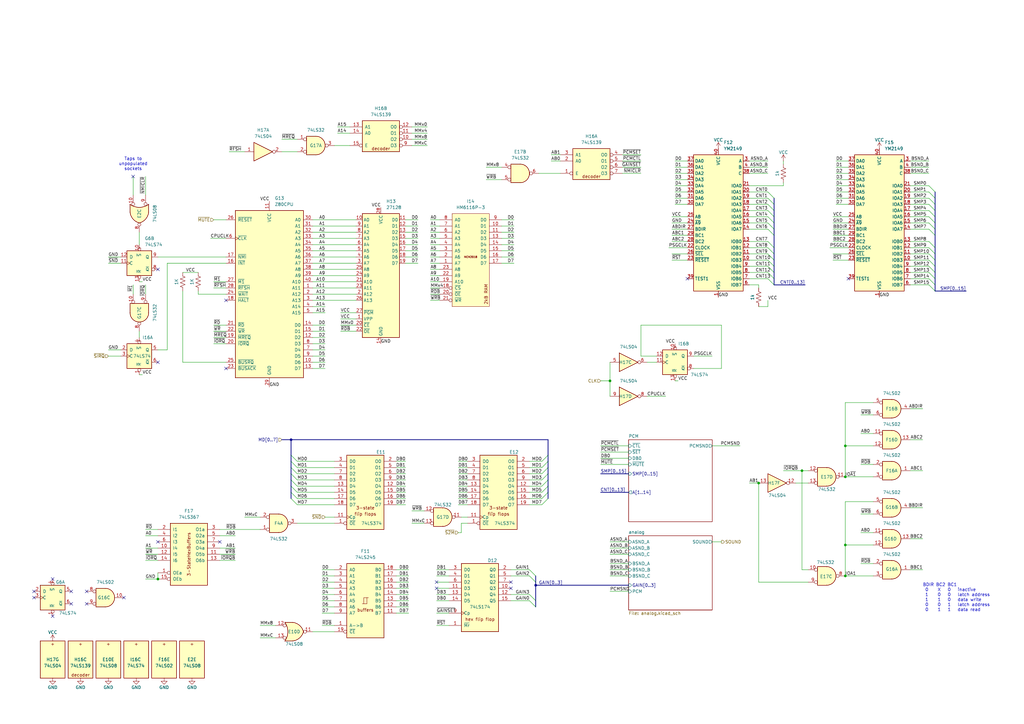
<source format=kicad_sch>
(kicad_sch (version 20231120) (generator "eeschema") (generator_version "8.0")
  (paper "A3")
  (title_block (title "Sound") (date "2024-10-12") (company "JOTEGO") (comment 1 "Jose Tejada"))
  (junction (at 346.71 182.88))
  (junction (at 250.19 156.21))
  (junction (at 311.15 198.12))
  (junction (at 219.71 240.03))
  (junction (at 328.93 193.04))
  (junction (at 119.38 180.34))
  (junction (at 346.71 195.58))
  (junction (at 64.77 237.49))
  (junction (at 346.71 223.52))
  (junction (at 346.71 236.22))
  (no_connect (at 92.71 123.19))
  (no_connect (at 13.97 242.57))
  (no_connect (at 209.55 241.3))
  (no_connect (at 64.77 222.25))
  (no_connect (at 209.55 238.76))
  (no_connect (at 281.94 114.3))
  (no_connect (at 54.61 72.39))
  (no_connect (at 29.21 247.65))
  (no_connect (at 64.77 148.59))
  (no_connect (at 13.97 245.11))
  (no_connect (at 90.17 222.25))
  (no_connect (at 21.59 237.49))
  (no_connect (at 50.8 245.11))
  (no_connect (at 179.07 238.76))
  (no_connect (at 347.98 114.3))
  (no_connect (at 35.56 247.65))
  (no_connect (at 29.21 242.57))
  (no_connect (at 179.07 241.3))
  (no_connect (at 92.71 151.13))
  (no_connect (at 21.59 252.73))
  (no_connect (at 35.56 242.57))
  (no_connect (at 64.77 110.49))
  (bus_entry (at 314.96 109.22) (size 2.54 2.54))
  (bus_entry (at 381 78.74) (size 2.54 2.54))
  (bus_entry (at 381 101.6) (size 2.54 2.54))
  (bus_entry (at 217.17 246.38) (size 2.54 2.54))
  (bus_entry (at 119.38 201.93) (size 2.54 2.54))
  (bus_entry (at 314.96 114.3) (size 2.54 2.54))
  (bus_entry (at 224.79 186.69) (size -2.54 2.54))
  (bus_entry (at 314.96 93.98) (size 2.54 2.54))
  (bus_entry (at 314.96 78.74) (size 2.54 2.54))
  (bus_entry (at 119.38 189.23) (size 2.54 2.54))
  (bus_entry (at 119.38 196.85) (size 2.54 2.54))
  (bus_entry (at 217.17 236.22) (size 2.54 2.54))
  (bus_entry (at 314.96 99.06) (size 2.54 2.54))
  (bus_entry (at 381 99.06) (size 2.54 2.54))
  (bus_entry (at 314.96 81.28) (size 2.54 2.54))
  (bus_entry (at 381 111.76) (size 2.54 2.54))
  (bus_entry (at 381 81.28) (size 2.54 2.54))
  (bus_entry (at 381 93.98) (size 2.54 2.54))
  (bus_entry (at 381 76.2) (size 2.54 2.54))
  (bus_entry (at 381 109.22) (size 2.54 2.54))
  (bus_entry (at 119.38 204.47) (size 2.54 2.54))
  (bus_entry (at 314.96 86.36) (size 2.54 2.54))
  (bus_entry (at 217.17 243.84) (size 2.54 2.54))
  (bus_entry (at 119.38 199.39) (size 2.54 2.54))
  (bus_entry (at 224.79 191.77) (size -2.54 2.54))
  (bus_entry (at 119.38 194.31) (size 2.54 2.54))
  (bus_entry (at 381 83.82) (size 2.54 2.54))
  (bus_entry (at 314.96 91.44) (size 2.54 2.54))
  (bus_entry (at 314.96 101.6) (size 2.54 2.54))
  (bus_entry (at 314.96 83.82) (size 2.54 2.54))
  (bus_entry (at 381 91.44) (size 2.54 2.54))
  (bus_entry (at 381 106.68) (size 2.54 2.54))
  (bus_entry (at 224.79 204.47) (size -2.54 2.54))
  (bus_entry (at 314.96 111.76) (size 2.54 2.54))
  (bus_entry (at 314.96 104.14) (size 2.54 2.54))
  (bus_entry (at 381 116.84) (size 2.54 2.54))
  (bus_entry (at 224.79 201.93) (size -2.54 2.54))
  (bus_entry (at 119.38 186.69) (size 2.54 2.54))
  (bus_entry (at 224.79 194.31) (size -2.54 2.54))
  (bus_entry (at 381 88.9) (size 2.54 2.54))
  (bus_entry (at 224.79 196.85) (size -2.54 2.54))
  (bus_entry (at 224.79 199.39) (size -2.54 2.54))
  (bus_entry (at 381 86.36) (size 2.54 2.54))
  (bus_entry (at 314.96 106.68) (size 2.54 2.54))
  (bus_entry (at 217.17 233.68) (size 2.54 2.54))
  (bus_entry (at 381 114.3) (size 2.54 2.54))
  (bus_entry (at 224.79 189.23) (size -2.54 2.54))
  (bus_entry (at 119.38 191.77) (size 2.54 2.54))
  (bus_entry (at 314.96 88.9) (size 2.54 2.54))
  (bus_entry (at 381 104.14) (size 2.54 2.54))
  (wire (pts (xy 217.17 191.77) (xy 222.25 191.77)))
  (wire (pts (xy 307.34 76.2) (xy 321.31 76.2)))
  (wire (pts (xy 209.55 246.38) (xy 217.17 246.38)))
  (wire (pts (xy 326.39 198.12) (xy 331.47 198.12)))
  (wire (pts (xy 189.23 214.63) (xy 191.77 214.63)))
  (wire (pts (xy 205.74 107.95) (xy 210.82 107.95)))
  (wire (pts (xy 179.07 238.76) (xy 184.15 238.76)))
  (wire (pts (xy 138.43 52.07) (xy 143.51 52.07)))
  (wire (pts (xy 81.28 120.65) (xy 92.71 120.65)))
  (wire (pts (xy 176.53 113.03) (xy 180.34 113.03)))
  (wire (pts (xy 179.07 256.54) (xy 184.15 256.54)))
  (wire (pts (xy 209.55 243.84) (xy 217.17 243.84)))
  (wire (pts (xy 93.98 62.23) (xy 100.33 62.23)))
  (wire (pts (xy 128.27 115.57) (xy 146.05 115.57)))
  (wire (pts (xy 246.38 190.5) (xy 257.81 190.5)))
  (bus (pts (xy 317.5 83.82) (xy 317.5 86.36)))
  (bus (pts (xy 317.5 93.98) (xy 317.5 91.44)))
  (bus (pts (xy 224.79 191.77) (xy 224.79 189.23)))
  (wire (pts (xy 166.37 95.25) (xy 171.45 95.25)))
  (bus (pts (xy 224.79 196.85) (xy 224.79 194.31)))
  (wire (pts (xy 255.27 66.04) (xy 262.89 66.04)))
  (wire (pts (xy 275.59 88.9) (xy 281.94 88.9)))
  (wire (pts (xy 54.61 116.84) (xy 54.61 120.65)))
  (wire (pts (xy 307.34 81.28) (xy 314.96 81.28)))
  (wire (pts (xy 179.07 251.46) (xy 184.15 251.46)))
  (wire (pts (xy 176.53 90.17) (xy 180.34 90.17)))
  (wire (pts (xy 341.63 99.06) (xy 347.98 99.06)))
  (wire (pts (xy 373.38 66.04) (xy 381 66.04)))
  (bus (pts (xy 119.38 201.93) (xy 119.38 199.39)))
  (wire (pts (xy 314.96 123.19) (xy 314.96 125.73)))
  (bus (pts (xy 383.54 96.52) (xy 383.54 93.98)))
  (wire (pts (xy 250.19 156.21) (xy 250.19 162.56)))
  (wire (pts (xy 59.69 219.71) (xy 64.77 219.71)))
  (wire (pts (xy 57.15 135.89) (xy 57.15 138.43)))
  (wire (pts (xy 137.16 251.46) (xy 132.08 251.46)))
  (wire (pts (xy 137.16 59.69) (xy 143.51 59.69)))
  (wire (pts (xy 373.38 91.44) (xy 381 91.44)))
  (wire (pts (xy 347.98 83.82) (xy 342.9 83.82)))
  (wire (pts (xy 255.27 68.58) (xy 262.89 68.58)))
  (wire (pts (xy 373.38 109.22) (xy 381 109.22)))
  (wire (pts (xy 176.53 92.71) (xy 180.34 92.71)))
  (wire (pts (xy 191.77 194.31) (xy 187.96 194.31)))
  (wire (pts (xy 191.77 201.93) (xy 187.96 201.93)))
  (wire (pts (xy 168.91 52.07) (xy 175.26 52.07)))
  (bus (pts (xy 317.5 106.68) (xy 317.5 104.14)))
  (wire (pts (xy 128.27 125.73) (xy 133.35 125.73)))
  (wire (pts (xy 346.71 182.88) (xy 346.71 195.58)))
  (wire (pts (xy 68.58 107.95) (xy 92.71 107.95)))
  (wire (pts (xy 176.53 118.11) (xy 180.34 118.11)))
  (wire (pts (xy 168.91 59.69) (xy 175.26 59.69)))
  (bus (pts (xy 383.54 106.68) (xy 383.54 104.14)))
  (bus (pts (xy 317.5 88.9) (xy 317.5 86.36)))
  (wire (pts (xy 311.15 198.12) (xy 311.15 238.76)))
  (bus (pts (xy 317.5 111.76) (xy 317.5 109.22)))
  (wire (pts (xy 281.94 76.2) (xy 276.86 76.2)))
  (wire (pts (xy 373.38 220.98) (xy 378.46 220.98)))
  (wire (pts (xy 373.38 106.68) (xy 381 106.68)))
  (wire (pts (xy 257.81 236.22) (xy 250.19 236.22)))
  (wire (pts (xy 167.64 246.38) (xy 162.56 246.38)))
  (wire (pts (xy 166.37 90.17) (xy 171.45 90.17)))
  (wire (pts (xy 373.38 88.9) (xy 381 88.9)))
  (wire (pts (xy 128.27 118.11) (xy 146.05 118.11)))
  (wire (pts (xy 373.38 76.2) (xy 381 76.2)))
  (wire (pts (xy 90.17 229.87) (xy 96.52 229.87)))
  (wire (pts (xy 373.38 93.98) (xy 381 93.98)))
  (wire (pts (xy 87.63 140.97) (xy 92.71 140.97)))
  (wire (pts (xy 346.71 182.88) (xy 358.14 182.88)))
  (wire (pts (xy 57.15 95.25) (xy 57.15 100.33)))
  (wire (pts (xy 162.56 207.01) (xy 166.37 207.01)))
  (wire (pts (xy 191.77 196.85) (xy 187.96 196.85)))
  (wire (pts (xy 281.94 73.66) (xy 276.86 73.66)))
  (bus (pts (xy 383.54 93.98) (xy 383.54 91.44)))
  (wire (pts (xy 347.98 81.28) (xy 342.9 81.28)))
  (wire (pts (xy 307.34 71.12) (xy 314.96 71.12)))
  (wire (pts (xy 179.07 243.84) (xy 184.15 243.84)))
  (wire (pts (xy 255.27 71.12) (xy 262.89 71.12)))
  (wire (pts (xy 59.69 116.84) (xy 59.69 120.65)))
  (wire (pts (xy 307.34 86.36) (xy 314.96 86.36)))
  (wire (pts (xy 176.53 105.41) (xy 180.34 105.41)))
  (wire (pts (xy 167.64 233.68) (xy 162.56 233.68)))
  (bus (pts (xy 383.54 91.44) (xy 383.54 88.9)))
  (wire (pts (xy 353.06 177.8) (xy 358.14 177.8)))
  (wire (pts (xy 281.94 78.74) (xy 276.86 78.74)))
  (wire (pts (xy 128.27 100.33) (xy 146.05 100.33)))
  (wire (pts (xy 373.38 101.6) (xy 381 101.6)))
  (wire (pts (xy 106.68 261.62) (xy 113.03 261.62)))
  (wire (pts (xy 128.27 113.03) (xy 146.05 113.03)))
  (wire (pts (xy 341.63 96.52) (xy 347.98 96.52)))
  (wire (pts (xy 121.92 196.85) (xy 137.16 196.85)))
  (wire (pts (xy 347.98 78.74) (xy 342.9 78.74)))
  (wire (pts (xy 257.81 222.25) (xy 250.19 222.25)))
  (wire (pts (xy 209.55 233.68) (xy 217.17 233.68)))
  (wire (pts (xy 205.74 90.17) (xy 210.82 90.17)))
  (wire (pts (xy 121.92 214.63) (xy 137.16 214.63)))
  (wire (pts (xy 128.27 97.79) (xy 146.05 97.79)))
  (wire (pts (xy 307.34 68.58) (xy 314.96 68.58)))
  (wire (pts (xy 205.74 102.87) (xy 210.82 102.87)))
  (wire (pts (xy 257.81 224.79) (xy 250.19 224.79)))
  (wire (pts (xy 162.56 191.77) (xy 166.37 191.77)))
  (bus (pts (xy 224.79 180.34) (xy 119.38 180.34)))
  (wire (pts (xy 100.33 212.09) (xy 106.68 212.09)))
  (wire (pts (xy 307.34 116.84) (xy 311.15 116.84)))
  (wire (pts (xy 121.92 191.77) (xy 137.16 191.77)))
  (wire (pts (xy 220.98 71.12) (xy 229.87 71.12)))
  (wire (pts (xy 373.38 111.76) (xy 381 111.76)))
  (wire (pts (xy 346.71 223.52) (xy 346.71 236.22)))
  (wire (pts (xy 346.71 236.22) (xy 358.14 236.22)))
  (wire (pts (xy 341.63 106.68) (xy 347.98 106.68)))
  (wire (pts (xy 121.92 201.93) (xy 137.16 201.93)))
  (wire (pts (xy 121.92 204.47) (xy 137.16 204.47)))
  (wire (pts (xy 373.38 81.28) (xy 381 81.28)))
  (bus (pts (xy 219.71 246.38) (xy 219.71 248.92)))
  (wire (pts (xy 128.27 90.17) (xy 146.05 90.17)))
  (wire (pts (xy 321.31 193.04) (xy 328.93 193.04)))
  (wire (pts (xy 139.7 128.27) (xy 146.05 128.27)))
  (wire (pts (xy 281.94 71.12) (xy 276.86 71.12)))
  (wire (pts (xy 137.16 238.76) (xy 132.08 238.76)))
  (wire (pts (xy 176.53 107.95) (xy 180.34 107.95)))
  (bus (pts (xy 317.5 91.44) (xy 317.5 88.9)))
  (wire (pts (xy 87.63 133.35) (xy 92.71 133.35)))
  (bus (pts (xy 383.54 109.22) (xy 383.54 106.68)))
  (wire (pts (xy 373.38 180.34) (xy 378.46 180.34)))
  (wire (pts (xy 275.59 96.52) (xy 281.94 96.52)))
  (bus (pts (xy 119.38 189.23) (xy 119.38 186.69)))
  (bus (pts (xy 219.71 240.03) (xy 257.81 240.03)))
  (wire (pts (xy 274.32 101.6) (xy 281.94 101.6)))
  (wire (pts (xy 166.37 97.79) (xy 171.45 97.79)))
  (wire (pts (xy 328.93 193.04) (xy 328.93 233.68)))
  (wire (pts (xy 262.89 146.05) (xy 269.24 146.05)))
  (wire (pts (xy 187.96 218.44) (xy 189.23 218.44)))
  (bus (pts (xy 383.54 101.6) (xy 383.54 96.52)))
  (wire (pts (xy 128.27 110.49) (xy 146.05 110.49)))
  (wire (pts (xy 59.69 227.33) (xy 64.77 227.33)))
  (wire (pts (xy 341.63 88.9) (xy 347.98 88.9)))
  (wire (pts (xy 121.92 189.23) (xy 137.16 189.23)))
  (wire (pts (xy 137.16 246.38) (xy 132.08 246.38)))
  (bus (pts (xy 115.57 180.34) (xy 119.38 180.34)))
  (wire (pts (xy 373.38 71.12) (xy 381 71.12)))
  (wire (pts (xy 281.94 66.04) (xy 276.86 66.04)))
  (wire (pts (xy 353.06 190.5) (xy 358.14 190.5)))
  (wire (pts (xy 373.38 83.82) (xy 381 83.82)))
  (wire (pts (xy 87.63 118.11) (xy 92.71 118.11)))
  (bus (pts (xy 246.38 201.93) (xy 257.81 201.93)))
  (wire (pts (xy 137.16 241.3) (xy 132.08 241.3)))
  (wire (pts (xy 191.77 207.01) (xy 187.96 207.01)))
  (bus (pts (xy 119.38 180.34) (xy 119.38 186.69)))
  (wire (pts (xy 307.34 101.6) (xy 314.96 101.6)))
  (wire (pts (xy 340.36 101.6) (xy 347.98 101.6)))
  (wire (pts (xy 68.58 107.95) (xy 68.58 143.51)))
  (wire (pts (xy 138.43 54.61) (xy 143.51 54.61)))
  (wire (pts (xy 179.07 246.38) (xy 184.15 246.38)))
  (wire (pts (xy 133.35 212.09) (xy 137.16 212.09)))
  (wire (pts (xy 373.38 86.36) (xy 381 86.36)))
  (wire (pts (xy 295.91 151.13) (xy 295.91 133.35)))
  (bus (pts (xy 317.5 116.84) (xy 330.2 116.84)))
  (wire (pts (xy 347.98 73.66) (xy 342.9 73.66)))
  (wire (pts (xy 373.38 78.74) (xy 381 78.74)))
  (wire (pts (xy 59.69 72.39) (xy 59.69 80.01)))
  (bus (pts (xy 119.38 191.77) (xy 119.38 189.23)))
  (wire (pts (xy 353.06 231.14) (xy 358.14 231.14)))
  (wire (pts (xy 167.64 251.46) (xy 162.56 251.46)))
  (wire (pts (xy 128.27 133.35) (xy 133.35 133.35)))
  (wire (pts (xy 128.27 151.13) (xy 133.35 151.13)))
  (wire (pts (xy 217.17 207.01) (xy 222.25 207.01)))
  (wire (pts (xy 176.53 123.19) (xy 180.34 123.19)))
  (wire (pts (xy 281.94 83.82) (xy 276.86 83.82)))
  (wire (pts (xy 168.91 214.63) (xy 173.99 214.63)))
  (wire (pts (xy 189.23 218.44) (xy 189.23 214.63)))
  (wire (pts (xy 205.74 97.79) (xy 210.82 97.79)))
  (wire (pts (xy 246.38 156.21) (xy 250.19 156.21)))
  (wire (pts (xy 128.27 140.97) (xy 133.35 140.97)))
  (wire (pts (xy 139.7 135.89) (xy 146.05 135.89)))
  (bus (pts (xy 317.5 104.14) (xy 317.5 101.6)))
  (wire (pts (xy 205.74 100.33) (xy 210.82 100.33)))
  (bus (pts (xy 219.71 238.76) (xy 219.71 240.03)))
  (wire (pts (xy 166.37 92.71) (xy 171.45 92.71)))
  (wire (pts (xy 128.27 138.43) (xy 133.35 138.43)))
  (wire (pts (xy 347.98 66.04) (xy 342.9 66.04)))
  (wire (pts (xy 217.17 199.39) (xy 222.25 199.39)))
  (wire (pts (xy 373.38 104.14) (xy 381 104.14)))
  (bus (pts (xy 383.54 119.38) (xy 383.54 116.84)))
  (wire (pts (xy 307.34 93.98) (xy 314.96 93.98)))
  (bus (pts (xy 317.5 114.3) (xy 317.5 111.76)))
  (wire (pts (xy 191.77 189.23) (xy 187.96 189.23)))
  (wire (pts (xy 275.59 91.44) (xy 281.94 91.44)))
  (wire (pts (xy 353.06 210.82) (xy 358.14 210.82)))
  (wire (pts (xy 373.38 193.04) (xy 378.46 193.04)))
  (wire (pts (xy 59.69 217.17) (xy 64.77 217.17)))
  (bus (pts (xy 224.79 201.93) (xy 224.79 199.39)))
  (wire (pts (xy 229.87 66.04) (xy 226.06 66.04)))
  (bus (pts (xy 383.54 83.82) (xy 383.54 81.28)))
  (bus (pts (xy 119.38 204.47) (xy 119.38 201.93)))
  (bus (pts (xy 383.54 81.28) (xy 383.54 78.74)))
  (wire (pts (xy 199.39 73.66) (xy 205.74 73.66)))
  (wire (pts (xy 74.93 111.76) (xy 81.28 111.76)))
  (wire (pts (xy 128.27 143.51) (xy 133.35 143.51)))
  (wire (pts (xy 205.74 92.71) (xy 210.82 92.71)))
  (wire (pts (xy 137.16 236.22) (xy 132.08 236.22)))
  (wire (pts (xy 128.27 148.59) (xy 133.35 148.59)))
  (wire (pts (xy 292.1 182.88) (xy 303.53 182.88)))
  (wire (pts (xy 328.93 193.04) (xy 331.47 193.04)))
  (wire (pts (xy 44.45 143.51) (xy 49.53 143.51)))
  (wire (pts (xy 179.07 236.22) (xy 184.15 236.22)))
  (bus (pts (xy 224.79 194.31) (xy 224.79 191.77)))
  (wire (pts (xy 347.98 68.58) (xy 342.9 68.58)))
  (bus (pts (xy 119.38 199.39) (xy 119.38 196.85)))
  (wire (pts (xy 358.14 170.18) (xy 353.06 170.18)))
  (wire (pts (xy 262.89 133.35) (xy 262.89 146.05)))
  (wire (pts (xy 162.56 194.31) (xy 166.37 194.31)))
  (wire (pts (xy 246.38 182.88) (xy 257.81 182.88)))
  (wire (pts (xy 373.38 167.64) (xy 378.46 167.64)))
  (wire (pts (xy 250.19 148.59) (xy 250.19 156.21)))
  (wire (pts (xy 44.45 105.41) (xy 49.53 105.41)))
  (wire (pts (xy 284.48 146.05) (xy 292.1 146.05)))
  (wire (pts (xy 87.63 138.43) (xy 92.71 138.43)))
  (wire (pts (xy 166.37 102.87) (xy 171.45 102.87)))
  (wire (pts (xy 373.38 116.84) (xy 381 116.84)))
  (wire (pts (xy 226.06 63.5) (xy 229.87 63.5)))
  (wire (pts (xy 106.68 256.54) (xy 113.03 256.54)))
  (wire (pts (xy 146.05 133.35) (xy 139.7 133.35)))
  (wire (pts (xy 205.74 95.25) (xy 210.82 95.25)))
  (wire (pts (xy 58.42 115.57) (xy 57.15 115.57)))
  (wire (pts (xy 255.27 63.5) (xy 262.89 63.5)))
  (bus (pts (xy 224.79 189.23) (xy 224.79 186.69)))
  (wire (pts (xy 59.69 229.87) (xy 64.77 229.87)))
  (wire (pts (xy 278.13 156.21) (xy 276.86 156.21)))
  (wire (pts (xy 246.38 185.42) (xy 257.81 185.42)))
  (wire (pts (xy 162.56 204.47) (xy 166.37 204.47)))
  (wire (pts (xy 176.53 120.65) (xy 180.34 120.65)))
  (wire (pts (xy 191.77 199.39) (xy 187.96 199.39)))
  (wire (pts (xy 81.28 119.38) (xy 81.28 120.65)))
  (wire (pts (xy 275.59 93.98) (xy 281.94 93.98)))
  (wire (pts (xy 292.1 222.25) (xy 295.91 222.25)))
  (wire (pts (xy 307.34 99.06) (xy 314.96 99.06)))
  (wire (pts (xy 167.64 248.92) (xy 162.56 248.92)))
  (wire (pts (xy 307.34 104.14) (xy 314.96 104.14)))
  (bus (pts (xy 383.54 119.38) (xy 396.24 119.38)))
  (wire (pts (xy 257.81 227.33) (xy 250.19 227.33)))
  (wire (pts (xy 284.48 151.13) (xy 295.91 151.13)))
  (wire (pts (xy 90.17 224.79) (xy 96.52 224.79)))
  (wire (pts (xy 257.81 231.14) (xy 250.19 231.14)))
  (wire (pts (xy 373.38 68.58) (xy 381 68.58)))
  (wire (pts (xy 275.59 106.68) (xy 281.94 106.68)))
  (bus (pts (xy 317.5 96.52) (xy 317.5 93.98)))
  (wire (pts (xy 128.27 120.65) (xy 146.05 120.65)))
  (wire (pts (xy 166.37 100.33) (xy 171.45 100.33)))
  (wire (pts (xy 74.93 119.38) (xy 74.93 148.59)))
  (wire (pts (xy 128.27 146.05) (xy 133.35 146.05)))
  (wire (pts (xy 295.91 133.35) (xy 262.89 133.35)))
  (wire (pts (xy 115.57 62.23) (xy 121.92 62.23)))
  (wire (pts (xy 128.27 123.19) (xy 146.05 123.19)))
  (wire (pts (xy 311.15 238.76) (xy 331.47 238.76)))
  (wire (pts (xy 217.17 204.47) (xy 222.25 204.47)))
  (wire (pts (xy 199.39 68.58) (xy 205.74 68.58)))
  (wire (pts (xy 373.38 208.28) (xy 378.46 208.28)))
  (wire (pts (xy 205.74 105.41) (xy 210.82 105.41)))
  (wire (pts (xy 209.55 236.22) (xy 217.17 236.22)))
  (wire (pts (xy 74.93 148.59) (xy 92.71 148.59)))
  (wire (pts (xy 373.38 233.68) (xy 378.46 233.68)))
  (wire (pts (xy 54.61 72.39) (xy 54.61 80.01)))
  (wire (pts (xy 176.53 100.33) (xy 180.34 100.33)))
  (wire (pts (xy 137.16 248.92) (xy 132.08 248.92)))
  (wire (pts (xy 87.63 115.57) (xy 92.71 115.57)))
  (wire (pts (xy 128.27 102.87) (xy 146.05 102.87)))
  (wire (pts (xy 132.08 256.54) (xy 137.16 256.54)))
  (wire (pts (xy 281.94 81.28) (xy 276.86 81.28)))
  (wire (pts (xy 328.93 233.68) (xy 331.47 233.68)))
  (wire (pts (xy 217.17 194.31) (xy 222.25 194.31)))
  (wire (pts (xy 265.43 162.56) (xy 273.05 162.56)))
  (wire (pts (xy 64.77 234.95) (xy 64.77 237.49)))
  (bus (pts (xy 317.5 109.22) (xy 317.5 106.68)))
  (bus (pts (xy 119.38 196.85) (xy 119.38 194.31)))
  (wire (pts (xy 321.31 74.93) (xy 321.31 76.2)))
  (wire (pts (xy 162.56 189.23) (xy 166.37 189.23)))
  (wire (pts (xy 176.53 95.25) (xy 180.34 95.25)))
  (bus (pts (xy 317.5 83.82) (xy 317.5 81.28)))
  (wire (pts (xy 121.92 194.31) (xy 137.16 194.31)))
  (wire (pts (xy 311.15 125.73) (xy 314.96 125.73)))
  (wire (pts (xy 90.17 227.33) (xy 96.52 227.33)))
  (wire (pts (xy 58.42 153.67) (xy 57.15 153.67)))
  (wire (pts (xy 307.34 66.04) (xy 314.96 66.04)))
  (wire (pts (xy 162.56 199.39) (xy 166.37 199.39)))
  (wire (pts (xy 128.27 128.27) (xy 133.35 128.27)))
  (wire (pts (xy 167.64 236.22) (xy 162.56 236.22)))
  (bus (pts (xy 383.54 86.36) (xy 383.54 83.82)))
  (wire (pts (xy 307.34 88.9) (xy 314.96 88.9)))
  (wire (pts (xy 44.45 107.95) (xy 49.53 107.95)))
  (wire (pts (xy 87.63 90.17) (xy 92.71 90.17)))
  (wire (pts (xy 115.57 57.15) (xy 121.92 57.15)))
  (wire (pts (xy 167.64 243.84) (xy 162.56 243.84)))
  (bus (pts (xy 383.54 86.36) (xy 383.54 88.9)))
  (wire (pts (xy 128.27 95.25) (xy 146.05 95.25)))
  (wire (pts (xy 128.27 92.71) (xy 146.05 92.71)))
  (wire (pts (xy 307.34 106.68) (xy 314.96 106.68)))
  (wire (pts (xy 128.27 107.95) (xy 146.05 107.95)))
  (wire (pts (xy 139.7 130.81) (xy 146.05 130.81)))
  (wire (pts (xy 64.77 105.41) (xy 92.71 105.41)))
  (wire (pts (xy 311.15 116.84) (xy 311.15 118.11)))
  (wire (pts (xy 128.27 259.08) (xy 137.16 259.08)))
  (bus (pts (xy 224.79 204.47) (xy 224.79 201.93)))
  (wire (pts (xy 347.98 71.12) (xy 342.9 71.12)))
  (wire (pts (xy 265.43 148.59) (xy 269.24 148.59)))
  (wire (pts (xy 307.34 78.74) (xy 314.96 78.74)))
  (bus (pts (xy 317.5 96.52) (xy 317.5 101.6)))
  (wire (pts (xy 168.91 209.55) (xy 173.99 209.55)))
  (bus (pts (xy 383.54 114.3) (xy 383.54 111.76)))
  (wire (pts (xy 176.53 110.49) (xy 180.34 110.49)))
  (wire (pts (xy 307.34 114.3) (xy 314.96 114.3)))
  (wire (pts (xy 166.37 105.41) (xy 171.45 105.41)))
  (wire (pts (xy 176.53 102.87) (xy 180.34 102.87)))
  (wire (pts (xy 346.71 223.52) (xy 358.14 223.52)))
  (wire (pts (xy 128.27 135.89) (xy 133.35 135.89)))
  (wire (pts (xy 321.31 66.04) (xy 321.31 67.31)))
  (wire (pts (xy 90.17 217.17) (xy 106.68 217.17)))
  (wire (pts (xy 275.59 104.14) (xy 281.94 104.14)))
  (bus (pts (xy 383.54 111.76) (xy 383.54 109.22)))
  (wire (pts (xy 373.38 114.3) (xy 381 114.3)))
  (wire (pts (xy 191.77 191.77) (xy 187.96 191.77)))
  (wire (pts (xy 346.71 165.1) (xy 358.14 165.1)))
  (wire (pts (xy 281.94 68.58) (xy 276.86 68.58)))
  (wire (pts (xy 307.34 111.76) (xy 314.96 111.76)))
  (wire (pts (xy 373.38 99.06) (xy 381 99.06)))
  (wire (pts (xy 128.27 105.41) (xy 146.05 105.41)))
  (wire (pts (xy 307.34 198.12) (xy 311.15 198.12)))
  (wire (pts (xy 44.45 146.05) (xy 49.53 146.05)))
  (wire (pts (xy 176.53 115.57) (xy 180.34 115.57)))
  (wire (pts (xy 162.56 201.93) (xy 166.37 201.93)))
  (wire (pts (xy 275.59 99.06) (xy 281.94 99.06)))
  (wire (pts (xy 346.71 195.58) (xy 358.14 195.58)))
  (wire (pts (xy 121.92 199.39) (xy 137.16 199.39)))
  (wire (pts (xy 168.91 54.61) (xy 175.26 54.61)))
  (wire (pts (xy 307.34 91.44) (xy 314.96 91.44)))
  (wire (pts (xy 168.91 57.15) (xy 175.26 57.15)))
  (wire (pts (xy 346.71 205.74) (xy 346.71 223.52)))
  (wire (pts (xy 86.36 97.79) (xy 92.71 97.79)))
  (bus (pts (xy 383.54 116.84) (xy 383.54 114.3)))
  (wire (pts (xy 64.77 143.51) (xy 68.58 143.51)))
  (wire (pts (xy 179.07 233.68) (xy 184.15 233.68)))
  (wire (pts (xy 217.17 201.93) (xy 222.25 201.93)))
  (wire (pts (xy 341.63 104.14) (xy 347.98 104.14)))
  (wire (pts (xy 162.56 196.85) (xy 166.37 196.85)))
  (bus (pts (xy 119.38 194.31) (xy 119.38 191.77)))
  (wire (pts (xy 307.34 83.82) (xy 314.96 83.82)))
  (wire (pts (xy 166.37 107.95) (xy 171.45 107.95)))
  (wire (pts (xy 341.63 93.98) (xy 347.98 93.98)))
  (wire (pts (xy 346.71 205.74) (xy 358.14 205.74)))
  (wire (pts (xy 87.63 135.89) (xy 92.71 135.89)))
  (bus (pts (xy 383.54 104.14) (xy 383.54 101.6)))
  (bus (pts (xy 219.71 240.03) (xy 219.71 246.38)))
  (wire (pts (xy 137.16 243.84) (xy 132.08 243.84)))
  (wire (pts (xy 353.06 218.44) (xy 358.14 218.44)))
  (wire (pts (xy 346.71 182.88) (xy 346.71 165.1)))
  (wire (pts (xy 217.17 189.23) (xy 222.25 189.23)))
  (wire (pts (xy 189.23 212.09) (xy 191.77 212.09)))
  (bus (pts (xy 224.79 199.39) (xy 224.79 196.85)))
  (wire (pts (xy 176.53 97.79) (xy 180.34 97.79)))
  (bus (pts (xy 224.79 180.34) (xy 224.79 186.69)))
  (bus (pts (xy 219.71 236.22) (xy 219.71 238.76)))
  (wire (pts (xy 250.19 242.57) (xy 257.81 242.57)))
  (wire (pts (xy 217.17 196.85) (xy 222.25 196.85)))
  (wire (pts (xy 257.81 233.68) (xy 250.19 233.68)))
  (wire (pts (xy 307.34 109.22) (xy 314.96 109.22)))
  (wire (pts (xy 90.17 219.71) (xy 96.52 219.71)))
  (wire (pts (xy 179.07 241.3) (xy 184.15 241.3)))
  (wire (pts (xy 137.16 233.68) (xy 132.08 233.68)))
  (wire (pts (xy 167.64 238.76) (xy 162.56 238.76)))
  (wire (pts (xy 246.38 187.96) (xy 257.81 187.96)))
  (wire (pts (xy 59.69 224.79) (xy 64.77 224.79)))
  (wire (pts (xy 191.77 204.47) (xy 187.96 204.47)))
  (wire (pts (xy 59.69 237.49) (xy 64.77 237.49)))
  (bus (pts (xy 317.5 116.84) (xy 317.5 114.3)))
  (bus (pts (xy 246.38 194.31) (xy 257.81 194.31)))
  (wire (pts (xy 341.63 91.44) (xy 347.98 91.44)))
  (wire (pts (xy 167.64 241.3) (xy 162.56 241.3)))
  (wire (pts (xy 347.98 76.2) (xy 342.9 76.2)))
  (wire (pts (xy 121.92 207.01) (xy 137.16 207.01)))
  (text "Taps to\nunpopulated\nsockets" (at 54.61 67.31 0) (effects (font (size 1.27 1.27))))
  (text "BDIR BC2 BC1\n 0    X   0   inactive\n 1    0   0   latch address\n 1    1   0   data write\n 0    0   1   latch address\n 0    1   1   data read" (at 378.46 245.11 0) (effects (font (size 1.27 1.27)) (justify left)))
  (label "~{WRB}" (at 168.91 209.55 0))
  (label "DB1" (at 166.37 191.77 180))
  (label "~{M1}" (at 87.63 115.57 0))
  (label "D2" (at 171.45 95.25 180))
  (label "A13" (at 133.35 123.19 180))
  (label "A6" (at 176.53 105.41 0))
  (label "DB7" (at 166.37 207.01 180))
  (label "A8" (at 176.53 110.49 0))
  (label "ABC1" (at 275.59 96.52 0))
  (label "D2" (at 342.9 71.12 0))
  (label "GAIN1" (at 217.17 233.68 180))
  (label "~{PCMSET}" (at 246.38 185.42 0))
  (label "MD3" (at 121.92 196.85 0))
  (label "MMx4" (at 175.26 54.61 180))
  (label "ASND_C" (at 250.19 227.33 0))
  (label "~{MREQ}" (at 115.57 57.15 0))
  (label "IO~{A1}" (at 346.71 195.58 0))
  (label "D3" (at 171.45 97.79 180))
  (label "SMP2" (at 374.65 81.28 0))
  (label "BSND_B" (at 250.19 233.68 0))
  (label "IOA1" (at 346.71 236.22 0))
  (label "CNT6" (at 309.88 93.98 0))
  (label "BBC1" (at 341.63 96.52 0))
  (label "VCC" (at 156.21 85.09 180))
  (label "D5" (at 132.08 246.38 0))
  (label "BSND_C" (at 381 71.12 180))
  (label "DB2" (at 167.64 238.76 180))
  (label "D1" (at 171.45 92.71 180))
  (label "MD4" (at 121.92 199.39 0))
  (label "SMP7" (at 374.65 93.98 0))
  (label "VCC" (at 139.7 128.27 0))
  (label "CPUCLK" (at 273.05 162.56 180))
  (label "DB0" (at 187.96 189.23 0))
  (label "MD6" (at 121.92 204.47 0))
  (label "AB0" (at 96.52 219.71 180))
  (label "A2" (at 133.35 95.25 180))
  (label "VCC" (at 278.13 156.21 0))
  (label "CNT2" (at 309.88 83.82 0))
  (label "DB0" (at 167.64 233.68 180))
  (label "D2" (at 276.86 71.12 0))
  (label "VCC" (at 139.7 130.81 0))
  (label "D0" (at 171.45 90.17 180))
  (label "DB4" (at 166.37 199.39 180))
  (label "~{RST}" (at 179.07 256.54 0))
  (label "MMxC" (at 168.91 214.63 0))
  (label "D6" (at 342.9 81.28 0))
  (label "D4" (at 132.08 243.84 0))
  (label "CNT12" (at 309.88 111.76 0))
  (label "D5" (at 210.82 102.87 180))
  (label "BBDIR" (at 341.63 93.98 0))
  (label "~{IORQ}" (at 59.69 229.87 0))
  (label "SMP9" (at 374.65 101.6 0))
  (label "A2" (at 176.53 95.25 0))
  (label "~{RDB}" (at 139.7 135.89 0))
  (label "D6" (at 276.86 81.28 0))
  (label "D6" (at 133.35 148.59 180))
  (label "~{SND}" (at 44.45 107.95 0))
  (label "D4" (at 171.45 100.33 180))
  (label "MD7" (at 121.92 207.01 0))
  (label "A15" (at 138.43 52.07 0))
  (label "MD0" (at 222.25 189.23 180))
  (label "~{PCMCTL}" (at 246.38 182.88 0))
  (label "D6" (at 210.82 105.41 180))
  (label "MMx4" (at 176.53 118.11 0))
  (label "D0" (at 276.86 66.04 0))
  (label "GND" (at 44.45 105.41 0))
  (label "A1" (at 176.53 92.71 0))
  (label "A9" (at 176.53 113.03 0))
  (label "CNT11" (at 309.88 109.22 0))
  (label "~{RST}" (at 341.63 106.68 0))
  (label "~{PCMSET}" (at 262.89 63.5 180))
  (label "A1" (at 133.35 92.71 180))
  (label "DB0" (at 166.37 189.23 180))
  (label "DB5" (at 187.96 201.93 0))
  (label "GND" (at 44.45 143.51 0))
  (label "SMP15" (at 374.65 116.84 0))
  (label "AB1" (at 226.06 63.5 0))
  (label "DB4" (at 167.64 243.84 180))
  (label "MD2" (at 222.25 194.31 180))
  (label "MD2" (at 121.92 194.31 0))
  (label "CNT8" (at 309.88 101.6 0))
  (label "MMx8" (at 106.68 256.54 0))
  (label "D5" (at 342.9 78.74 0))
  (label "D2" (at 133.35 138.43 180))
  (label "A12" (at 133.35 120.65 180))
  (label "DB7" (at 187.96 207.01 0))
  (label "SMP5" (at 374.65 88.9 0))
  (label "DB6" (at 187.96 204.47 0))
  (label "BSND_C" (at 250.19 236.22 0))
  (label "~{M1}" (at 54.61 116.84 270))
  (label "A3" (at 176.53 97.79 0))
  (label "DB4" (at 187.96 199.39 0))
  (label "~{WRB}" (at 96.52 227.33 180))
  (label "GAIN3" (at 217.17 243.84 180))
  (label "~{RDB}" (at 353.06 190.5 0))
  (label "DB2" (at 187.96 194.31 0))
  (label "~{WRB}" (at 353.06 210.82 0))
  (label "VCC" (at 58.42 115.57 0))
  (label "MD3" (at 222.25 196.85 180))
  (label "A4" (at 133.35 100.33 180))
  (label "D0" (at 133.35 133.35 180))
  (label "MMx0" (at 139.7 133.35 0))
  (label "A6" (at 133.35 105.41 180))
  (label "PSGCLK" (at 274.32 101.6 0))
  (label "A15" (at 133.35 128.27 180))
  (label "GND" (at 59.69 237.49 0))
  (label "A8" (at 133.35 110.49 180))
  (label "D1" (at 342.9 68.58 0))
  (label "DB0" (at 246.38 187.96 0))
  (label "A9" (at 133.35 113.03 180))
  (label "DB1" (at 187.96 191.77 0))
  (label "AB0" (at 226.06 66.04 0))
  (label "SMP6" (at 374.65 91.44 0))
  (label "~{RST}" (at 275.59 106.68 0))
  (label "GND" (at 156.21 140.97 0))
  (label "ABC1" (at 378.46 193.04 180))
  (label "D2" (at 132.08 238.76 0))
  (label "DB3" (at 179.07 243.84 0))
  (label "~{IORQB}" (at 96.52 229.87 180))
  (label "A0" (at 176.53 90.17 0))
  (label "GAIN[0..3]" (at 220.98 240.03 0))
  (label "MD1" (at 222.25 191.77 180))
  (label "MMxC" (at 100.33 212.09 0))
  (label "A10" (at 176.53 115.57 0))
  (label "ABDIR" (at 275.59 93.98 0))
  (label "A0" (at 59.69 219.71 0))
  (label "MD5" (at 222.25 201.93 180))
  (label "D4" (at 133.35 143.51 180))
  (label "ASND_B" (at 250.19 224.79 0))
  (label "~{RDB}" (at 176.53 120.65 0))
  (label "D6" (at 171.45 105.41 180))
  (label "AB1" (at 96.52 224.79 180))
  (label "~{RDB}" (at 132.08 256.54 0))
  (label "MMx8" (at 199.39 68.58 0))
  (label "D7" (at 276.86 83.82 0))
  (label "CNT1" (at 309.88 81.28 0))
  (label "D4" (at 210.82 100.33 180))
  (label "D0" (at 132.08 233.68 0))
  (label "CNT7" (at 309.88 99.06 0))
  (label "~{WRB}" (at 199.39 73.66 0))
  (label "A5" (at 133.35 102.87 180))
  (label "VCC" (at 275.59 88.9 0))
  (label "~{RD}" (at 59.69 217.17 0))
  (label "SMP12" (at 374.65 109.22 0))
  (label "ABC2" (at 275.59 99.06 0))
  (label "ABDIR" (at 378.46 167.64 180))
  (label "BBDIR" (at 378.46 208.28 180))
  (label "DB7" (at 167.64 251.46 180))
  (label "~{WRB}" (at 353.06 170.18 0))
  (label "BBC2" (at 341.63 99.06 0))
  (label "ASND_B" (at 314.96 68.58 180))
  (label "D7" (at 171.45 107.95 180))
  (label "DB1" (at 179.07 233.68 0))
  (label "~{MUTE}" (at 246.38 190.5 0))
  (label "~{PCMCTL}" (at 262.89 66.04 180))
  (label "~{GAINSET}" (at 179.07 251.46 0))
  (label "SMP[0..15]" (at 396.24 119.38 180))
  (label "BSND_A" (at 250.19 231.14 0))
  (label "CNT0" (at 309.88 78.74 0))
  (label "A5" (at 176.53 102.87 0))
  (label "ASND_A" (at 314.96 66.04 180))
  (label "MD0" (at 121.92 189.23 0))
  (label "BBC1" (at 378.46 233.68 180))
  (label "D0" (at 210.82 90.17 180))
  (label "GND" (at 341.63 91.44 0))
  (label "SMP[0..15]" (at 246.38 194.31 0))
  (label "D4" (at 342.9 76.2 0))
  (label "D1" (at 276.86 68.58 0))
  (label "CNT3" (at 309.88 86.36 0))
  (label "CNT10" (at 309.88 106.68 0))
  (label "CNT5" (at 309.88 91.44 0))
  (label "A0" (at 133.35 90.17 180))
  (label "~{RDB}" (at 92.71 217.17 0))
  (label "BSND_B" (at 381 68.58 180))
  (label "A14" (at 133.35 125.73 180))
  (label "PSGCLK" (at 340.36 101.6 0))
  (label "D5" (at 276.86 78.74 0))
  (label "D5" (at 133.35 146.05 180))
  (label "~{RFSH}" (at 93.98 62.23 0))
  (label "PCMSND" (at 303.53 182.88 180))
  (label "~{NMICLR}" (at 262.89 71.12 180))
  (label "AB0" (at 353.06 218.44 0))
  (label "DB6" (at 166.37 204.47 180))
  (label "D7" (at 210.82 107.95 180))
  (label "MMxC" (at 106.68 261.62 0))
  (label "~{WRB}" (at 176.53 123.19 0))
  (label "SMP3" (at 374.65 83.82 0))
  (label "D5" (at 171.45 102.87 180))
  (label "BBC2" (at 378.46 220.98 180))
  (label "SMP11" (at 374.65 106.68 0))
  (label "PSGCLK" (at 292.1 146.05 180))
  (label "A7" (at 133.35 107.95 180))
  (label "VCC" (at 58.42 153.67 0))
  (label "~{WR}" (at 87.63 135.89 0))
  (label "DB5" (at 167.64 246.38 180))
  (label "A10" (at 133.35 115.57 180))
  (label "SMP0" (at 374.65 76.2 0))
  (label "MD4" (at 222.25 199.39 180))
  (label "CNT4" (at 309.88 88.9 0))
  (label "DB6" (at 167.64 248.92 180))
  (label "MD5" (at 121.92 201.93 0))
  (label "PCMSND" (at 250.19 242.57 0))
  (label "DB3" (at 166.37 196.85 180))
  (label "~{RDB}" (at 353.06 231.14 0))
  (label "AB1" (at 307.34 198.12 0))
  (label "CNT13" (at 309.88 114.3 0))
  (label "ABC2" (at 378.46 180.34 180))
  (label "~{IORQ}" (at 87.63 140.97 0))
  (label "D3" (at 132.08 241.3 0))
  (label "D2" (at 210.82 95.25 180))
  (label "D7" (at 133.35 151.13 180))
  (label "GND" (at 294.64 121.92 0))
  (label "D1" (at 133.35 135.89 180))
  (label "SMP13" (at 374.65 111.76 0))
  (label "~{IORQ}" (at 59.69 116.84 270))
  (label "D0" (at 342.9 66.04 0))
  (label "A11" (at 133.35 118.11 180))
  (label "D7" (at 132.08 251.46 0))
  (label "D1" (at 210.82 92.71 180))
  (label "BSND_A" (at 381 66.04 180))
  (label "D4" (at 276.86 76.2 0))
  (label "GAIN0" (at 217.17 246.38 180))
  (label "A1" (at 59.69 224.79 0))
  (label "MMx0" (at 175.26 52.07 180))
  (label "SMP14" (at 374.65 114.3 0))
  (label "VCC" (at 76.2 111.76 0))
  (label "VCC" (at 314.96 123.19 0))
  (label "VCC" (at 341.63 88.9 0))
  (label "VCC" (at 276.86 140.97 180))
  (label "D3" (at 342.9 73.66 0))
  (label "GND" (at 360.68 121.92 0))
  (label "MD1" (at 121.92 191.77 0))
  (label "CNT[0..13]" (at 256.54 201.93 180))
  (label "~{IORQB}" (at 321.31 193.04 0))
  (label "DB2" (at 166.37 194.31 180))
  (label "DB1" (at 167.64 236.22 180))
  (label "DB0" (at 179.07 246.38 0))
  (label "VCC" (at 110.49 82.55 180))
  (label "D3" (at 276.86 73.66 0))
  (label "CNT[0..13]" (at 330.2 116.84 180))
  (label "A7" (at 176.53 107.95 0))
  (label "ASND_C" (at 314.96 71.12 180))
  (label "CPUCLK" (at 86.36 97.79 0))
  (label "~{RFSH}" (at 87.63 118.11 0))
  (label "CNT9" (at 309.88 104.14 0))
  (label "D1" (at 132.08 236.22 0))
  (label "GND" (at 275.59 91.44 0))
  (label "MMxC" (at 175.26 59.69 180))
  (label "D6" (at 132.08 248.92 0))
  (label "SMP1" (at 374.65 78.74 0))
  (label "~{MREQ}" (at 87.63 138.43 0))
  (label "MMx8" (at 175.26 57.15 180))
  (label "SMP8" (at 374.65 99.06 0))
  (label "A3" (at 133.35 97.79 180))
  (label "D7" (at 342.9 83.82 0))
  (label "SMP10" (at 374.65 104.14 0))
  (label "ASND_A" (at 250.19 222.25 0))
  (label "DB2" (at 179.07 236.22 0))
  (label "SMP4" (at 374.65 86.36 0))
  (label "D3" (at 133.35 140.97 180))
  (label "GND" (at 110.49 158.75 0))
  (label "~{WR}" (at 59.69 227.33 0))
  (label "DB3" (at 167.64 241.3 180))
  (label "DB5" (at 166.37 201.93 180))
  (label "~{RD}" (at 87.63 133.35 0))
  (label "MD6" (at 222.25 204.47 180))
  (label "~{GAINSET}" (at 262.89 68.58 180))
  (label "~{NMICLR}" (at 59.69 72.39 270))
  (label "AB0" (at 353.06 177.8 0))
  (label "D3" (at 210.82 97.79 180))
  (label "MD7" (at 222.25 207.01 180))
  (label "GAIN2" (at 217.17 236.22 180))
  (label "A14" (at 138.43 54.61 0))
  (label "DB3" (at 187.96 196.85 0))
  (label "A4" (at 176.53 100.33 0))
  (hierarchical_label "~{S2M}" (shape input) (at 187.96 218.44 180))
  (hierarchical_label "~{MUTE}" (shape input) (at 87.63 90.17 180))
  (hierarchical_label "SOUND" (shape output) (at 295.91 222.25 0))
  (hierarchical_label "~{SIRQ}" (shape input) (at 44.45 146.05 180) (effects (font (thickness 0.1588))))
  (hierarchical_label "~{SND}" (shape input) (at 133.35 212.09 180))
  (hierarchical_label "CLK" (shape input) (at 246.38 156.21 180))
  (hierarchical_label "MD[0..7]" (shape input) (at 115.57 180.34 180))
  (symbol (lib_id "jt74:74LS139") (at 156.21 54.61 0) (unit 2)
    (property "Reference" "H16" (at 156.21 44.45 0))
    (property "Value" "74LS139" (at 156.21 46.99 0))
    (property "Datasheet" "http://www.ti.com/lit/gpn/sn74LS139" (effects (hide yes)))
    (property "Description" "Dual Decoder 1 of 4, Active low outputs" (effects (hide yes)))
  )
  (symbol (lib_id "jt74:74LS04") (at 107.95 62.23 0) (unit 1)
    (property "Reference" "H17" (at 107.95 53.34 0))
    (property "Value" "74LS04" (at 107.95 55.88 0))
    (property "Datasheet" "http://www.ti.com/lit/gpn/sn74LS04" (effects (hide yes)))
    (property "Description" "Hex Inverter" (effects (hide yes)))
  )
  (symbol (lib_id "power:GND") (at 55.88 278.13 0) (unit 1)
    (property "Reference" "#PWR0188" (effects (hide yes)))
    (property "Value" "GND" (at 55.88 281.94 0))
    (property "Description" "Power symbol creates a global label with name \"GND\" , ground" (effects (hide yes)))
  )
  (symbol (lib_id "jt74:74LS74") (at 21.59 245.11 0) (unit 1)
    (property "Reference" "G6" (at 22.86 238.76 0) (effects (justify left)))
    (property "Value" "74LS74" (at 24.13 251.46 0) (effects (justify left)))
    (property "Datasheet" "74xx/74hc_hct74.pdf" (effects (hide yes)))
    (property "Description" "Dual D Flip-flop, Set & Reset" (effects (hide yes)))
  )
  (symbol (lib_id "CPU:Z80CPU") (at 110.49 120.65 0) (unit 1)
    (property "Reference" "G13" (at 112.6841 81.28 0) (effects (justify left)))
    (property "Value" "Z80CPU" (at 112.6841 83.82 0) (effects (justify left)))
    (property "Datasheet" "www.zilog.com/manage_directlink.php?filepath=docs/z80/um0080" (effects (hide yes)))
    (property "Description" "8-bit General Purpose Microprocessor, DIP-40" (effects (hide yes)))
  )
  (symbol (lib_id "jt74:74LS32") (at 339.09 236.22 0) (mirror x) (unit 3) (convert 2)
    (property "Reference" "E17" (at 338.836 236.474 0))
    (property "Value" "74LS32" (at 338.582 230.632 0))
    (property "Datasheet" "http://www.ti.com/lit/gpn/sn74LS32" (effects (hide yes)))
    (property "Description" "Quad 2-input OR" (effects (hide yes)))
  )
  (symbol (lib_id "Device:R_US") (at 321.31 71.12 0) (unit 1)
    (property "Reference" "RPU0" (effects (hide yes)))
    (property "Value" "1k" (at 318.77 71.12 90))
    (property "Description" "Resistor, US symbol" (effects (hide yes)))
  )
  (symbol (lib_id "jt74:74LS02") (at 365.76 180.34 0) (unit 4) (convert 2)
    (property "Reference" "F16" (at 365.76 180.34 0))
    (property "Value" "74LS02" (at 365.7517 173.99 0))
    (property "Datasheet" "http://www.ti.com/lit/gpn/sn74ls02" (effects (hide yes)))
    (property "Description" "quad 2-input NOR gate" (effects (hide yes)))
  )
  (symbol (lib_id "power:VCC") (at 21.59 262.89 0) (unit 1)
    (property "Reference" "#PWR053" (effects (hide yes)))
    (property "Value" "VCC" (at 21.59 259.334 0))
    (property "Description" "Power symbol creates a global label with name \"VCC\"" (effects (hide yes)))
  )
  (symbol (lib_id "jt74:74LS174") (at 196.85 243.84 0) (unit 1)
    (property "Reference" "D12" (at 201.93 229.87 0))
    (property "Value" "74LS174" (at 196.85 248.92 0))
    (property "Datasheet" "http://www.ti.com/lit/gpn/sn74LS174" (effects (hide yes)))
    (property "Description" "Hex D-type Flip-Flop, reset" (effects (hide yes)))
  )
  (symbol (lib_id "Device:R_US") (at 311.15 121.92 0) (unit 1)
    (property "Reference" "RX22" (effects (hide yes)))
    (property "Value" "1k" (at 308.61 121.92 90))
    (property "Description" "Resistor, US symbol" (effects (hide yes)))
  )
  (symbol (lib_id "jt74:74LS08") (at 57.15 87.63 270) (unit 3) (convert 2)
    (property "Reference" "E2" (at 57.15 87.63 0))
    (property "Value" "74LS08" (at 63.5 87.6217 0))
    (property "Datasheet" "http://www.ti.com/lit/gpn/sn74LS08" (effects (hide yes)))
    (property "Description" "Quad And2" (effects (hide yes)))
  )
  (symbol (lib_id "jt74:74LS04") (at 21.59 270.51 0) (unit 7)
    (property "Reference" "H17" (at 21.59 270.51 0))
    (property "Value" "74LS04" (at 21.59 273.05 0))
    (property "Datasheet" "http://www.ti.com/lit/gpn/sn74LS04" (effects (hide yes)))
    (property "Description" "Hex Inverter" (effects (hide yes)))
  )
  (symbol (lib_id "Audio:YM2149") (at 294.64 91.44 0) (unit 1)
    (property "Reference" "F12" (at 296.8341 58.42 0) (effects (justify left)))
    (property "Value" "YM2149" (at 296.8341 60.96 0) (effects (justify left)))
    (property "Footprint" "Package_DIP:DIP-40_W15.24mm" (effects (hide yes)))
    (property "Datasheet" "http://www.ym2149.com/ym2149.pdf" (effects (hide yes)))
    (property "Description" "Software-Controlled Sound Generator, DIP-40" (effects (hide yes)))
  )
  (symbol (lib_id "jt74:74LS32") (at 213.36 71.12 0) (unit 2) (convert 2)
    (property "Reference" "E17" (at 213.3517 62.23 0))
    (property "Value" "74LS32" (at 213.3517 64.77 0))
    (property "Datasheet" "http://www.ti.com/lit/gpn/sn74LS32" (effects (hide yes)))
    (property "Description" "Quad 2-input OR" (effects (hide yes)))
  )
  (symbol (lib_id "Device:R_US") (at 81.28 115.57 0) (unit 1)
    (property "Reference" "R8" (effects (hide yes)))
    (property "Value" "1K" (at 78.74 115.57 90))
    (property "Description" "Resistor, US symbol" (effects (hide yes)))
  )
  (symbol (lib_id "jt74:74LS374") (at 149.86 201.93 0) (unit 1)
    (property "Reference" "E11" (at 156.21 185.42 0))
    (property "Value" "74LS374" (at 152.4 214.63 0))
    (property "Datasheet" "http://www.ti.com/lit/gpn/sn74LS374" (effects (hide yes)))
    (property "Description" "8-bit Register, 3-state outputs" (effects (hide yes)))
  )
  (symbol (lib_id "jt74:74LS02") (at 67.31 270.51 0) (unit 5)
    (property "Reference" "F16" (at 67.31 270.51 0))
    (property "Value" "74LS02" (at 67.31 273.05 0))
    (property "Datasheet" "http://www.ti.com/lit/gpn/sn74ls02" (effects (hide yes)))
    (property "Description" "quad 2-input NOR gate" (effects (hide yes)))
  )
  (symbol (lib_id "jt74:74LS139") (at 242.57 66.04 0) (unit 1)
    (property "Reference" "H16" (at 242.57 55.88 0))
    (property "Value" "74LS139" (at 242.57 58.42 0))
    (property "Datasheet" "http://www.ti.com/lit/gpn/sn74LS139" (effects (hide yes)))
    (property "Description" "Dual Decoder 1 of 4, Active low outputs" (effects (hide yes)))
  )
  (symbol (lib_id "power:GND") (at 67.31 278.13 0) (unit 1)
    (property "Reference" "#PWR0189" (effects (hide yes)))
    (property "Value" "GND" (at 67.31 281.94 0))
    (property "Description" "Power symbol creates a global label with name \"GND\" , ground" (effects (hide yes)))
  )
  (symbol (lib_id "jt74:74LS02") (at 365.76 220.98 0) (unit 4) (convert 2)
    (property "Reference" "G16" (at 365.252 220.98 0))
    (property "Value" "74LS02" (at 365.76 214.63 0))
    (property "Datasheet" "http://www.ti.com/lit/gpn/sn74ls02" (effects (hide yes)))
    (property "Description" "quad 2-input NOR gate" (effects (hide yes)))
  )
  (symbol (lib_id "jt74:74LS32") (at 129.54 59.69 0) (unit 1) (convert 2)
    (property "Reference" "G17" (at 129.54 59.69 0))
    (property "Value" "74LS32" (at 129.54 53.34 0))
    (property "Datasheet" "http://www.ti.com/lit/gpn/sn74LS32" (effects (hide yes)))
    (property "Description" "Quad 2-input OR" (effects (hide yes)))
  )
  (symbol (lib_id "jt74:74LS02") (at 365.76 233.68 0) (unit 1) (convert 2)
    (property "Reference" "G16" (at 365.76 233.426 0))
    (property "Value" "74LS02" (at 365.76 227.33 0))
    (property "Datasheet" "http://www.ti.com/lit/gpn/sn74ls02" (effects (hide yes)))
    (property "Description" "quad 2-input NOR gate" (effects (hide yes)))
  )
  (symbol (lib_id "jt74:74LS02") (at 365.76 193.04 0) (unit 1) (convert 2)
    (property "Reference" "F16" (at 365.76 193.04 0))
    (property "Value" "74LS02" (at 365.7517 186.69 0))
    (property "Datasheet" "http://www.ti.com/lit/gpn/sn74ls02" (effects (hide yes)))
    (property "Description" "quad 2-input NOR gate" (effects (hide yes)))
  )
  (symbol (lib_id "jt74:74LS32") (at 114.3 214.63 0) (mirror x) (unit 1) (convert 2)
    (property "Reference" "F4" (at 114.3 214.63 0))
    (property "Value" "74LS32" (at 114.2917 220.98 0))
    (property "Datasheet" "http://www.ti.com/lit/gpn/sn74LS32" (effects (hide yes)))
    (property "Description" "Quad 2-input OR" (effects (hide yes)))
  )
  (symbol (lib_id "power:VCC") (at 294.64 60.96 0) (unit 1)
    (property "Reference" "#PWR054" (effects (hide yes)))
    (property "Value" "VCC" (at 294.64 57.404 0))
    (property "Description" "Power symbol creates a global label with name \"VCC\"" (effects (hide yes)))
  )
  (symbol (lib_id "jt74:74LS02") (at 43.18 245.11 0) (unit 3) (convert 2)
    (property "Reference" "G16" (at 42.672 245.11 0))
    (property "Value" "74LS02" (at 43.18 238.76 0))
    (property "Datasheet" "http://www.ti.com/lit/gpn/sn74ls02" (effects (hide yes)))
    (property "Description" "quad 2-input NOR gate" (effects (hide yes)))
  )
  (symbol (lib_id "jt74:74LS74") (at 55.88 270.51 0) (unit 3)
    (property "Reference" "I16" (at 53.34 270.51 0) (effects (justify left)))
    (property "Value" "74LS74" (at 52.07 273.05 0) (effects (justify left)))
    (property "Datasheet" "74xx/74hc_hct74.pdf" (effects (hide yes)))
    (property "Description" "Dual D Flip-flop, Set & Reset" (effects (hide yes)))
  )
  (symbol (lib_id "jt74:74LS02") (at 365.76 167.64 0) (unit 2) (convert 2)
    (property "Reference" "F16" (at 365.76 167.64 0))
    (property "Value" "74LS02" (at 365.7517 161.29 0))
    (property "Datasheet" "http://www.ti.com/lit/gpn/sn74ls02" (effects (hide yes)))
    (property "Description" "quad 2-input NOR gate" (effects (hide yes)))
  )
  (symbol (lib_id "jt74:74LS08") (at 78.74 270.51 0) (mirror y) (unit 5)
    (property "Reference" "E2" (at 78.74 270.51 0))
    (property "Value" "74LS08" (at 78.74 273.05 0))
    (property "Datasheet" "http://www.ti.com/lit/gpn/sn74LS08" (effects (hide yes)))
    (property "Description" "Quad And2" (effects (hide yes)))
  )
  (symbol (lib_id "jt74:74LS367") (at 77.47 227.33 0) (unit 1)
    (property "Reference" "F17" (at 77.47 209.55 0))
    (property "Value" "74LS367" (at 77.47 212.09 0))
    (property "Datasheet" "https://pdf1.alldatasheet.com/datasheet-pdf/view/12653/ONSEMI/SN74LS367AN.html" (effects (hide yes)))
    (property "Description" "Hex Bus Driver 3-state outputs" (effects (hide yes)))
  )
  (symbol (lib_id "power:GND") (at 21.59 278.13 0) (unit 1)
    (property "Reference" "#PWR052" (effects (hide yes)))
    (property "Value" "GND" (at 21.59 281.94 0))
    (property "Description" "Power symbol creates a global label with name \"GND\" , ground" (effects (hide yes)))
  )
  (symbol (lib_id "jt74:74LS08") (at 44.45 270.51 0) (unit 5)
    (property "Reference" "E10" (at 44.45 270.51 0))
    (property "Value" "74LS08" (at 44.45 273.05 0))
    (property "Datasheet" "http://www.ti.com/lit/gpn/sn74LS08" (effects (hide yes)))
    (property "Description" "Quad And2" (effects (hide yes)))
  )
  (symbol (lib_id "jt74:74LS04") (at 257.81 162.56 0) (unit 4)
    (property "Reference" "H17" (at 256.54 162.56 0))
    (property "Value" "74LS04" (at 257.81 156.21 0))
    (property "Datasheet" "http://www.ti.com/lit/gpn/sn74LS04" (effects (hide yes)))
    (property "Description" "Hex Inverter" (effects (hide yes)))
  )
  (symbol (lib_id "power:GND") (at 44.45 278.13 0) (unit 1)
    (property "Reference" "#PWR0187" (effects (hide yes)))
    (property "Value" "GND" (at 44.45 281.94 0))
    (property "Description" "Power symbol creates a global label with name \"GND\" , ground" (effects (hide yes)))
  )
  (symbol (lib_id "power:GND") (at 33.02 278.13 0) (unit 1)
    (property "Reference" "#PWR0186" (effects (hide yes)))
    (property "Value" "GND" (at 33.02 281.94 0))
    (property "Description" "Power symbol creates a global label with name \"GND\" , ground" (effects (hide yes)))
  )
  (symbol (lib_id "jt74:74LS32") (at 181.61 212.09 0) (unit 4) (convert 2)
    (property "Reference" "G17" (at 181.61 212.09 0))
    (property "Value" "74LS32" (at 181.61 207.01 0))
    (property "Datasheet" "http://www.ti.com/lit/gpn/sn74LS32" (effects (hide yes)))
    (property "Description" "Quad 2-input OR" (effects (hide yes)))
  )
  (symbol (lib_id "jt74:74LS02") (at 365.76 208.28 0) (unit 2) (convert 2)
    (property "Reference" "G16" (at 365.76 208.026 0))
    (property "Value" "74LS02" (at 365.76 201.93 0))
    (property "Datasheet" "http://www.ti.com/lit/gpn/sn74ls02" (effects (hide yes)))
    (property "Description" "quad 2-input NOR gate" (effects (hide yes)))
  )
  (symbol (lib_id "power:GND") (at 78.74 278.13 0) (unit 1)
    (property "Reference" "#PWR0192" (effects (hide yes)))
    (property "Value" "GND" (at 78.74 281.94 0))
    (property "Description" "Power symbol creates a global label with name \"GND\" , ground" (effects (hide yes)))
  )
  (symbol (lib_id "jt74:74LS245") (at 149.86 246.38 0) (unit 1)
    (property "Reference" "F11" (at 149.86 226.06 0))
    (property "Value" "74LS245" (at 149.86 228.6 0))
    (property "Datasheet" "http://www.ti.com/lit/gpn/sn74LS245" (effects (hide yes)))
    (property "Description" "Octal BUS Transceivers, 3-State outputs" (effects (hide yes)))
  )
  (symbol (lib_id "jt74:74LS32") (at 57.15 128.27 270) (unit 3) (convert 2)
    (property "Reference" "G17" (at 57.15 128.27 0))
    (property "Value" "74LS32" (at 63.5 128.27 0))
    (property "Datasheet" "http://www.ti.com/lit/gpn/sn74LS32" (effects (hide yes)))
    (property "Description" "Quad 2-input OR" (effects (hide yes)))
  )
  (symbol (lib_id "arcade:HM6116P-3") (at 193.04 105.41 0) (unit 1)
    (property "Reference" "I14" (at 193.04 82.55 0))
    (property "Value" "HM6116P-3" (at 193.04 85.09 0))
    (property "Datasheet" "https://www.alldatasheet.com/datasheet-pdf/pdf/77359/HITACHI/HM6116.html" (effects (hide yes)))
  )
  (symbol (lib_id "jt74:74LS08") (at 120.65 259.08 0) (unit 4) (convert 2)
    (property "Reference" "E10" (at 120.65 259.08 0))
    (property "Value" "74LS08" (at 120.65 264.16 0))
    (property "Datasheet" "http://www.ti.com/lit/gpn/sn74LS08" (effects (hide yes)))
    (property "Description" "Quad And2" (effects (hide yes)))
  )
  (symbol (lib_id "Device:R_US") (at 74.93 115.57 0) (unit 1)
    (property "Reference" "R9" (effects (hide yes)))
    (property "Value" "1K" (at 72.39 115.57 90))
    (property "Description" "Resistor, US symbol" (effects (hide yes)))
  )
  (symbol (lib_id "Memory_EPROM:27128") (at 156.21 113.03 0) (unit 1)
    (property "Reference" "H13" (at 158.4041 82.55 0) (effects (justify left)))
    (property "Value" "27128" (at 158.4041 85.09 0) (effects (justify left)))
    (property "Footprint" "Package_DIP:DIP-28_W15.24mm" (effects (hide yes)))
    (property "Datasheet" "http://eeshop.unl.edu/pdf/27128.pdf" (effects (hide yes)))
    (property "Description" "UV Erasable EPROM 128 KiBit, [Obsolete 2000-11]" (effects (hide yes)))
  )
  (symbol (lib_id "jt74:74LS04") (at 257.81 148.59 0) (unit 3)
    (property "Reference" "H17" (at 256.54 148.59 0))
    (property "Value" "74LS04" (at 257.81 142.24 0))
    (property "Datasheet" "http://www.ti.com/lit/gpn/sn74LS04" (effects (hide yes)))
    (property "Description" "Hex Inverter" (effects (hide yes)))
  )
  (symbol (lib_id "power:VCC") (at 321.31 66.04 0) (unit 1)
    (property "Reference" "#PWR039" (effects (hide yes)))
    (property "Value" "VCC" (at 321.31 62.484 0))
    (property "Description" "Power symbol creates a global label with name \"VCC\"" (effects (hide yes)))
  )
  (symbol (lib_id "Audio:YM2149") (at 360.68 91.44 0) (unit 1)
    (property "Reference" "F15" (at 362.8741 58.42 0) (effects (justify left)))
    (property "Value" "YM2149" (at 362.8741 60.96 0) (effects (justify left)))
    (property "Footprint" "Package_DIP:DIP-40_W15.24mm" (effects (hide yes)))
    (property "Datasheet" "http://www.ym2149.com/ym2149.pdf" (effects (hide yes)))
    (property "Description" "Software-Controlled Sound Generator, DIP-40" (effects (hide yes)))
  )
  (symbol (lib_id "jt74:74LS74") (at 57.15 107.95 0) (unit 2)
    (property "Reference" "G6" (at 59.3441 97.79 0) (effects (justify left)))
    (property "Value" "74LS74" (at 59.3441 100.33 0) (effects (justify left)))
    (property "Datasheet" "74xx/74hc_hct74.pdf" (effects (hide yes)))
    (property "Description" "Dual D Flip-flop, Set & Reset" (effects (hide yes)))
  )
  (symbol (lib_id "jt74:74LS04") (at 318.77 198.12 0) (unit 6)
    (property "Reference" "H17" (at 317.5 198.12 0))
    (property "Value" "74LS04" (at 318.77 203.2 0))
    (property "Datasheet" "http://www.ti.com/lit/gpn/sn74LS04" (effects (hide yes)))
    (property "Description" "Hex Inverter" (effects (hide yes)))
  )
  (symbol (lib_id "jt74:74LS74") (at 276.86 148.59 0) (unit 2)
    (property "Reference" "I16" (at 278.13 140.97 0) (effects (justify left)))
    (property "Value" "74LS74" (at 283.21 153.67 0) (effects (justify left)))
    (property "Datasheet" "74xx/74hc_hct74.pdf" (effects (hide yes)))
    (property "Description" "Dual D Flip-flop, Set & Reset" (effects (hide yes)))
  )
  (symbol (lib_id "jt74:74LS139") (at 33.02 270.51 0) (unit 3)
    (property "Reference" "H16" (at 33.02 270.51 0))
    (property "Value" "74LS139" (at 33.02 273.05 0))
    (property "Datasheet" "http://www.ti.com/lit/gpn/sn74LS139" (effects (hide yes)))
    (property "Description" "Dual Decoder 1 of 4, Active low outputs" (effects (hide yes)))
  )
  (symbol (lib_id "jt74:74LS74") (at 57.15 146.05 0) (unit 1)
    (property "Reference" "I16" (at 58.42 138.43 0) (effects (justify left)))
    (property "Value" "74LS74" (at 54.61 146.05 0) (effects (justify left)))
    (property "Datasheet" "74xx/74hc_hct74.pdf" (effects (hide yes)))
    (property "Description" "Dual D Flip-flop, Set & Reset" (effects (hide yes)))
  )
  (symbol (lib_id "power:VCC") (at 360.68 60.96 0) (unit 1)
    (property "Reference" "#PWR055" (effects (hide yes)))
    (property "Value" "VCC" (at 360.68 57.404 0))
    (property "Description" "Power symbol creates a global label with name \"VCC\"" (effects (hide yes)))
  )
  (symbol (lib_id "jt74:74LS32") (at 339.09 195.58 0) (unit 4) (convert 2)
    (property "Reference" "E17" (at 339.09 195.58 0))
    (property "Value" "74LS32" (at 339.09 200.66 0))
    (property "Datasheet" "http://www.ti.com/lit/gpn/sn74LS32" (effects (hide yes)))
    (property "Description" "Quad 2-input OR" (effects (hide yes)))
  )
  (symbol (lib_id "jt74:74LS374") (at 204.47 201.93 0) (unit 1)
    (property "Reference" "E12" (at 210.82 185.42 0))
    (property "Value" "74LS374" (at 207.01 214.63 0))
    (property "Datasheet" "http://www.ti.com/lit/gpn/sn74LS374" (effects (hide yes)))
    (property "Description" "8-bit Register, 3-state outputs" (effects (hide yes)))
  )
  (sheet (at 257.81 180.34) (size 34.29 33.655) (stroke (width 0.1524))
    (property "Sheetname" "PCM" (at 257.81 179.6284 0) (effects (justify left bottom)))
    (property "Sheetfile" "pcm.kicad_sch" (effects (hide yes)))
    (pin "DB0" input (at 257.81 187.96 180))
    (pin "~{MUTE}" input (at 257.81 190.5 180))
    (pin "SMP[0..15]" input (at 257.81 194.31 180))
    (pin "~{CTL}" input (at 257.81 182.88 180))
    (pin "~{SET}" input (at 257.81 185.42 180))
    (pin "A[1..14]" output (at 257.81 201.93 180))
    (pin "PCMSND" output (at 292.1 182.88 0))
  )
  (sheet (at 257.81 219.71) (size 34.29 30.48) (stroke (width 0.1524))
    (property "Sheetname" "analog" (at 257.81 218.9984 0) (effects (justify left bottom)))
    (property "Sheetfile" "analog.kicad_sch" (at 257.81 250.7746 0) (effects (justify left top)))
    (pin "ASND_A" input (at 257.81 222.25 180))
    (pin "ASND_B" input (at 257.81 224.79 180))
    (pin "ASND_C" input (at 257.81 227.33 180))
    (pin "BSND_A" input (at 257.81 231.14 180))
    (pin "BSND_B" input (at 257.81 233.68 180))
    (pin "BSND_C" input (at 257.81 236.22 180))
    (pin "GAIN[0..3]" input (at 257.81 240.03 180))
    (pin "PCM" input (at 257.81 242.57 180))
    (pin "SOUND" output (at 292.1 222.25 0))
  )
)
</source>
